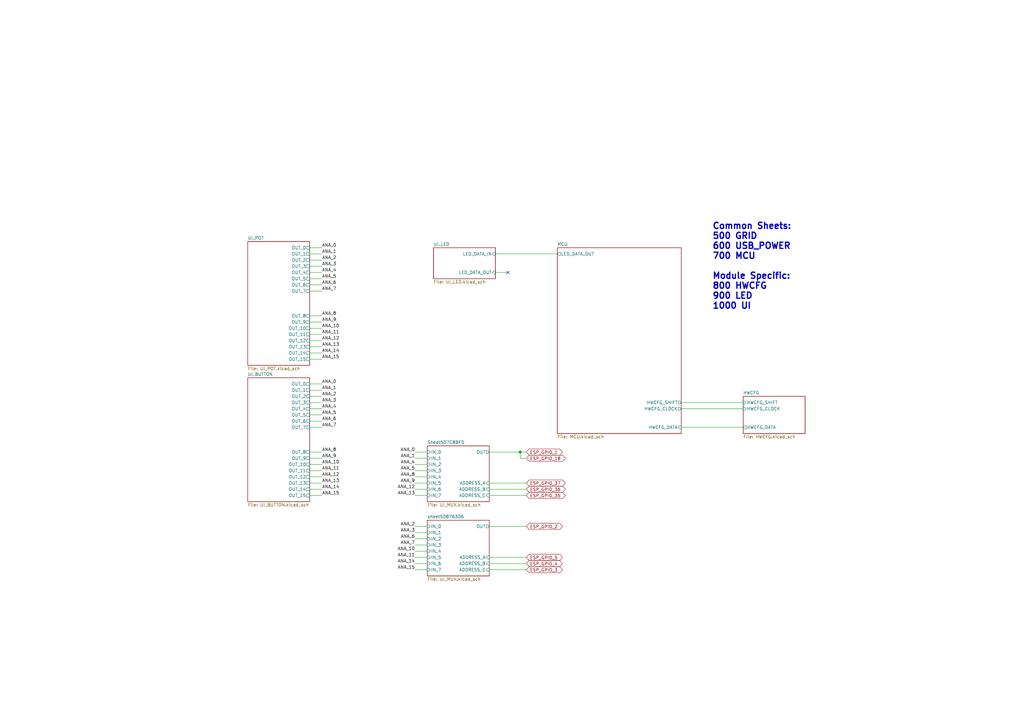
<source format=kicad_sch>
(kicad_sch (version 20230121) (generator eeschema)
  (paper "A3")
  (lib_symbols)
  (junction (at 213.36 185.42))
  (no_connect (at 208.28 111.76))
  (wire (pts (xy 175.26 203.2) (xy 170.18 203.2)))
  (wire (pts (xy 279.4 165.1) (xy 304.8 165.1)))
  (wire (pts (xy 132.08 172.72) (xy 127 172.72)))
  (wire (pts (xy 127 101.6) (xy 132.08 101.6)))
  (wire (pts (xy 203.2 111.76) (xy 208.28 111.76)))
  (wire (pts (xy 127 142.24) (xy 132.08 142.24)))
  (wire (pts (xy 228.6 104.14) (xy 203.2 104.14)))
  (wire (pts (xy 127 175.26) (xy 132.08 175.26)))
  (wire (pts (xy 175.26 198.12) (xy 170.18 198.12)))
  (wire (pts (xy 175.26 233.68) (xy 170.18 233.68)))
  (wire (pts (xy 127 160.02) (xy 132.08 160.02)))
  (wire (pts (xy 132.08 190.5) (xy 127 190.5)))
  (wire (pts (xy 127 119.38) (xy 132.08 119.38)))
  (wire (pts (xy 132.08 129.54) (xy 127 129.54)))
  (wire (pts (xy 132.08 144.78) (xy 127 144.78)))
  (wire (pts (xy 132.08 195.58) (xy 127 195.58)))
  (wire (pts (xy 175.26 220.98) (xy 170.18 220.98)))
  (wire (pts (xy 200.66 228.6) (xy 215.9 228.6)))
  (wire (pts (xy 127 109.22) (xy 132.08 109.22)))
  (wire (pts (xy 175.26 193.04) (xy 170.18 193.04)))
  (wire (pts (xy 200.66 185.42) (xy 213.36 185.42)))
  (wire (pts (xy 175.26 218.44) (xy 170.18 218.44)))
  (wire (pts (xy 200.66 215.9) (xy 215.9 215.9)))
  (wire (pts (xy 127 157.48) (xy 132.08 157.48)))
  (wire (pts (xy 200.66 200.66) (xy 215.9 200.66)))
  (wire (pts (xy 213.36 187.96) (xy 213.36 185.42)))
  (wire (pts (xy 200.66 233.68) (xy 215.9 233.68)))
  (wire (pts (xy 279.4 175.26) (xy 304.8 175.26)))
  (wire (pts (xy 200.66 231.14) (xy 215.9 231.14)))
  (wire (pts (xy 132.08 106.68) (xy 127 106.68)))
  (wire (pts (xy 127 203.2) (xy 132.08 203.2)))
  (wire (pts (xy 175.26 228.6) (xy 170.18 228.6)))
  (wire (pts (xy 127 104.14) (xy 132.08 104.14)))
  (wire (pts (xy 132.08 111.76) (xy 127 111.76)))
  (wire (pts (xy 213.36 185.42) (xy 215.9 185.42)))
  (wire (pts (xy 127 147.32) (xy 132.08 147.32)))
  (wire (pts (xy 175.26 187.96) (xy 170.18 187.96)))
  (wire (pts (xy 175.26 226.06) (xy 170.18 226.06)))
  (wire (pts (xy 215.9 187.96) (xy 213.36 187.96)))
  (wire (pts (xy 127 165.1) (xy 132.08 165.1)))
  (wire (pts (xy 279.4 167.64) (xy 304.8 167.64)))
  (wire (pts (xy 175.26 195.58) (xy 170.18 195.58)))
  (wire (pts (xy 175.26 215.9) (xy 170.18 215.9)))
  (wire (pts (xy 127 170.18) (xy 132.08 170.18)))
  (wire (pts (xy 132.08 167.64) (xy 127 167.64)))
  (wire (pts (xy 132.08 139.7) (xy 127 139.7)))
  (wire (pts (xy 200.66 198.12) (xy 215.9 198.12)))
  (wire (pts (xy 132.08 134.62) (xy 127 134.62)))
  (wire (pts (xy 127 193.04) (xy 132.08 193.04)))
  (wire (pts (xy 175.26 190.5) (xy 170.18 190.5)))
  (wire (pts (xy 127 132.08) (xy 132.08 132.08)))
  (wire (pts (xy 132.08 162.56) (xy 127 162.56)))
  (wire (pts (xy 175.26 231.14) (xy 170.18 231.14)))
  (wire (pts (xy 127 137.16) (xy 132.08 137.16)))
  (wire (pts (xy 127 198.12) (xy 132.08 198.12)))
  (wire (pts (xy 132.08 200.66) (xy 127 200.66)))
  (wire (pts (xy 175.26 185.42) (xy 170.18 185.42)))
  (wire (pts (xy 132.08 185.42) (xy 127 185.42)))
  (wire (pts (xy 127 114.3) (xy 132.08 114.3)))
  (wire (pts (xy 175.26 223.52) (xy 170.18 223.52)))
  (wire (pts (xy 175.26 200.66) (xy 170.18 200.66)))
  (wire (pts (xy 200.66 203.2) (xy 215.9 203.2)))
  (wire (pts (xy 127 187.96) (xy 132.08 187.96)))
  (wire (pts (xy 132.08 116.84) (xy 127 116.84)))
  (text "Common Sheets:\n500 GRID\n600 USB_POWER\n700 MCU\n\nModule Specific:\n800 HWCFG\n900 LED\n1000 UI" (at 292.1 127 0) (effects (font (size 2.54 2.54) (thickness 0.508) bold) (justify left bottom)))
  (label "ANA_12" (at 132.08 195.58 0))
  (label "ANA_6" (at 132.08 116.84 0))
  (label "ANA_6" (at 170.18 220.98 180))
  (label "ANA_15" (at 170.18 233.68 180))
  (label "ANA_9" (at 170.18 198.12 180))
  (label "ANA_6" (at 132.08 172.72 0))
  (label "ANA_8" (at 132.08 185.42 0))
  (label "ANA_4" (at 132.08 111.76 0))
  (label "ANA_10" (at 132.08 190.5 0))
  (label "ANA_14" (at 170.18 231.14 180))
  (label "ANA_9" (at 132.08 187.96 0))
  (label "ANA_15" (at 132.08 203.2 0))
  (label "ANA_10" (at 170.18 226.06 180))
  (label "ANA_4" (at 170.18 190.5 180))
  (label "ANA_5" (at 170.18 193.04 180))
  (label "ANA_1" (at 170.18 187.96 180))
  (label "ANA_11" (at 170.18 228.6 180))
  (label "ANA_5" (at 132.08 114.3 0))
  (label "ANA_13" (at 170.18 203.2 180))
  (label "ANA_2" (at 132.08 162.56 0))
  (label "ANA_11" (at 132.08 137.16 0))
  (label "ANA_9" (at 132.08 132.08 0))
  (label "ANA_5" (at 132.08 170.18 0))
  (label "ANA_3" (at 132.08 165.1 0))
  (label "ANA_7" (at 170.18 223.52 180))
  (label "ANA_7" (at 132.08 175.26 0))
  (label "ANA_4" (at 132.08 167.64 0))
  (label "ANA_2" (at 170.18 215.9 180))
  (label "ANA_0" (at 132.08 157.48 0))
  (label "ANA_1" (at 132.08 160.02 0))
  (label "ANA_3" (at 132.08 109.22 0))
  (label "ANA_14" (at 132.08 144.78 0))
  (label "ANA_12" (at 132.08 139.7 0))
  (label "ANA_10" (at 132.08 134.62 0))
  (label "ANA_13" (at 132.08 198.12 0))
  (label "ANA_13" (at 132.08 142.24 0))
  (label "ANA_12" (at 170.18 200.66 180))
  (label "ANA_8" (at 170.18 195.58 180))
  (label "ANA_11" (at 132.08 193.04 0))
  (label "ANA_2" (at 132.08 106.68 0))
  (label "ANA_0" (at 170.18 185.42 180))
  (label "ANA_8" (at 132.08 129.54 0))
  (label "ANA_0" (at 132.08 101.6 0))
  (label "ANA_7" (at 132.08 119.38 0))
  (label "ANA_3" (at 170.18 218.44 180))
  (label "ANA_15" (at 132.08 147.32 0))
  (label "ANA_14" (at 132.08 200.66 0))
  (label "ANA_1" (at 132.08 104.14 0))
  (global_label "ESP_GPIO_36" (shape bidirectional) (at 215.9 200.66 0) (property "Intersheetrefs" "${INTERSHEET_REFS}" (effects hide)))
  (global_label "ESP_GPIO_37" (shape bidirectional) (at 215.9 198.12 0) (property "Intersheetrefs" "${INTERSHEET_REFS}" (effects hide)))
  (global_label "ESP_GPIO_5" (shape bidirectional) (at 215.9 228.6 0) (property "Intersheetrefs" "${INTERSHEET_REFS}" (effects hide)))
  (global_label "ESP_GPIO_1" (shape bidirectional) (at 215.9 185.42 0) (property "Intersheetrefs" "${INTERSHEET_REFS}" (effects hide)))
  (global_label "ESP_GPIO_18" (shape bidirectional) (at 215.9 187.96 0) (property "Intersheetrefs" "${INTERSHEET_REFS}" (effects hide)))
  (global_label "ESP_GPIO_4" (shape bidirectional) (at 215.9 231.14 0) (property "Intersheetrefs" "${INTERSHEET_REFS}" (effects hide)))
  (global_label "ESP_GPIO_3" (shape bidirectional) (at 215.9 233.68 0) (property "Intersheetrefs" "${INTERSHEET_REFS}" (effects hide)))
  (global_label "ESP_GPIO_2" (shape bidirectional) (at 215.9 215.9 0) (property "Intersheetrefs" "${INTERSHEET_REFS}" (effects hide)))
  (global_label "ESP_GPIO_35" (shape bidirectional) (at 215.9 203.2 0) (property "Intersheetrefs" "${INTERSHEET_REFS}" (effects hide)))
  (sheet (at 177.8 101.6) (size 25.4 12.7)
    (property "Sheetname" "UI_LED" (at 177.8 100.8884 0) (effects (justify left bottom)))
    (property "Sheetfile" "UI_LED.kicad_sch" (at 177.8 114.8846 0) (effects (justify left top)))
    (pin "LED_DATA_IN" input (at 203.2 104.14 0))
    (pin "LED_DATA_OUT" input (at 203.2 111.76 0))
  )
  (sheet (at 101.6 99.06) (size 25.4 50.8)
    (property "Sheetname" "UI_POT" (at 101.6 98.3484 0) (effects (justify left bottom)))
    (property "Sheetfile" "UI_POT.kicad_sch" (at 101.6 150.4446 0) (effects (justify left top)))
    (pin "OUT_0" passive (at 127 101.6 0))
    (pin "OUT_1" passive (at 127 104.14 0))
    (pin "OUT_2" passive (at 127 106.68 0))
    (pin "OUT_3" passive (at 127 109.22 0))
    (pin "OUT_4" passive (at 127 111.76 0))
    (pin "OUT_5" passive (at 127 114.3 0))
    (pin "OUT_6" passive (at 127 116.84 0))
    (pin "OUT_7" passive (at 127 119.38 0))
    (pin "OUT_8" passive (at 127 129.54 0))
    (pin "OUT_9" passive (at 127 132.08 0))
    (pin "OUT_10" passive (at 127 134.62 0))
    (pin "OUT_11" passive (at 127 137.16 0))
    (pin "OUT_13" passive (at 127 142.24 0))
    (pin "OUT_12" passive (at 127 139.7 0))
    (pin "OUT_14" passive (at 127 144.78 0))
    (pin "OUT_15" passive (at 127 147.32 0))
  )
  (sheet (at 101.6 154.94) (size 25.4 50.8)
    (property "Sheetname" "UI_BUTTON" (at 101.6 154.2284 0) (effects (justify left bottom)))
    (property "Sheetfile" "UI_BUTTON.kicad_sch" (at 101.6 206.3246 0) (effects (justify left top)))
    (pin "OUT_12" passive (at 127 195.58 0))
    (pin "OUT_13" passive (at 127 198.12 0))
    (pin "OUT_14" passive (at 127 200.66 0))
    (pin "OUT_15" passive (at 127 203.2 0))
    (pin "OUT_3" passive (at 127 165.1 0))
    (pin "OUT_2" passive (at 127 162.56 0))
    (pin "OUT_11" passive (at 127 193.04 0))
    (pin "OUT_10" passive (at 127 190.5 0))
    (pin "OUT_7" passive (at 127 175.26 0))
    (pin "OUT_6" passive (at 127 172.72 0))
    (pin "OUT_1" passive (at 127 160.02 0))
    (pin "OUT_5" passive (at 127 170.18 0))
    (pin "OUT_4" passive (at 127 167.64 0))
    (pin "OUT_0" passive (at 127 157.48 0))
    (pin "OUT_9" passive (at 127 187.96 0))
    (pin "OUT_8" passive (at 127 185.42 0))
  )
  (sheet (at 228.6 101.6) (size 50.8 76.2)
    (property "Sheetname" "MCU" (at 228.6 100.8884 0) (effects (justify left bottom)))
    (property "Sheetfile" "MCU.kicad_sch" (at 228.6 178.3846 0) (effects (justify left top)))
    (pin "LED_DATA_OUT" output (at 228.6 104.14 180))
    (pin "HWCFG_DATA" input (at 279.4 175.26 0))
    (pin "HWCFG_CLOCK" output (at 279.4 167.64 0))
    (pin "HWCFG_SHIFT" output (at 279.4 165.1 0))
  )
  (sheet (at 175.26 182.88) (size 25.4 22.86)
    (property "Sheetname" "Sheet5D7C8BFD" (at 175.26 182.1684 0) (effects (justify left bottom)))
    (property "Sheetfile" "UI_MUX.kicad_sch" (at 175.26 206.3246 0) (effects (justify left top)))
    (pin "OUT" output (at 200.66 185.42 0))
    (pin "IN_0" input (at 175.26 185.42 180))
    (pin "IN_1" input (at 175.26 187.96 180))
    (pin "IN_2" input (at 175.26 190.5 180))
    (pin "IN_3" input (at 175.26 193.04 180))
    (pin "IN_4" input (at 175.26 195.58 180))
    (pin "IN_5" input (at 175.26 198.12 180))
    (pin "IN_6" input (at 175.26 200.66 180))
    (pin "IN_7" input (at 175.26 203.2 180))
    (pin "ADDRESS_C" input (at 200.66 203.2 0))
    (pin "ADDRESS_B" input (at 200.66 200.66 0))
    (pin "ADDRESS_A" input (at 200.66 198.12 0))
  )
  (sheet (at 175.26 213.36) (size 25.4 22.86)
    (property "Sheetname" "sheet5D8763D6" (at 175.26 212.6484 0) (effects (justify left bottom)))
    (property "Sheetfile" "UI_MUX.kicad_sch" (at 175.26 236.8046 0) (effects (justify left top)))
    (pin "IN_0" input (at 175.26 215.9 180))
    (pin "IN_1" input (at 175.26 218.44 180))
    (pin "IN_2" input (at 175.26 220.98 180))
    (pin "IN_3" input (at 175.26 223.52 180))
    (pin "IN_4" input (at 175.26 226.06 180))
    (pin "IN_5" input (at 175.26 228.6 180))
    (pin "IN_6" input (at 175.26 231.14 180))
    (pin "IN_7" input (at 175.26 233.68 180))
    (pin "OUT" output (at 200.66 215.9 0))
    (pin "ADDRESS_C" input (at 200.66 233.68 0))
    (pin "ADDRESS_B" input (at 200.66 231.14 0))
    (pin "ADDRESS_A" input (at 200.66 228.6 0))
  )
  (sheet (at 304.8 162.56) (size 25.4 15.24)
    (property "Sheetname" "HWCFG" (at 304.8 161.8484 0) (effects (justify left bottom)))
    (property "Sheetfile" "HWCFG.kicad_sch" (at 304.8 178.3846 0) (effects (justify left top)))
    (pin "HWCFG_DATA" output (at 304.8 175.26 180))
    (pin "HWCFG_CLOCK" input (at 304.8 167.64 180))
    (pin "HWCFG_SHIFT" input (at 304.8 165.1 180))
  )
)
</source>
